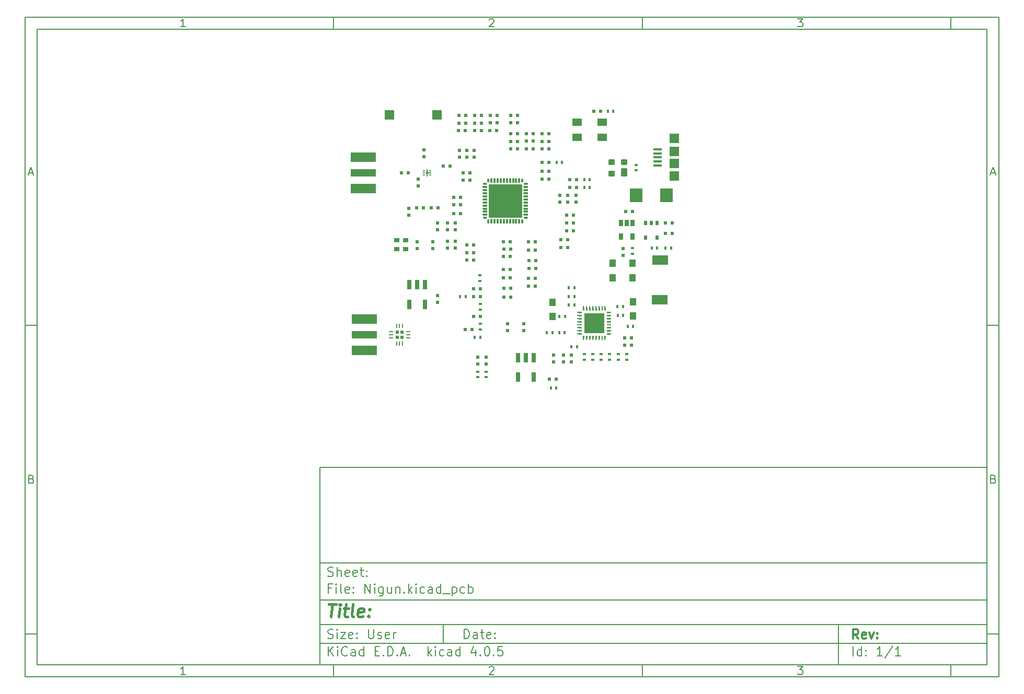
<source format=gbr>
G04 #@! TF.FileFunction,Paste,Top*
%FSLAX46Y46*%
G04 Gerber Fmt 4.6, Leading zero omitted, Abs format (unit mm)*
G04 Created by KiCad (PCBNEW 4.0.5) date 2017 September 25, Monday 02:54:35*
%MOMM*%
%LPD*%
G01*
G04 APERTURE LIST*
%ADD10C,0.100000*%
%ADD11C,0.150000*%
%ADD12C,0.300000*%
%ADD13C,0.400000*%
%ADD14C,0.381000*%
%ADD15C,0.101600*%
%ADD16R,0.394000X0.594000*%
%ADD17R,0.594000X0.394000*%
%ADD18R,0.324200X0.146400*%
%ADD19R,0.644240X0.146400*%
%ADD20R,0.146400X1.294480*%
%ADD21O,0.123540X0.494380*%
%ADD22C,0.143860*%
%ADD23R,2.153000X2.254600*%
%ADD24R,1.094000X1.244000*%
%ADD25R,0.754000X1.644000*%
%ADD26R,0.644000X1.054000*%
%ADD27R,0.544000X0.794000*%
%ADD28R,0.859000X0.794000*%
%ADD29R,0.244000X0.694000*%
%ADD30R,0.694000X0.244000*%
%ADD31R,0.489000X0.489000*%
%ADD32R,3.194000X3.194000*%
%ADD33R,0.294000X0.794000*%
%ADD34R,0.794000X0.294000*%
%ADD35R,0.594000X0.494000*%
%ADD36R,0.494000X0.594000*%
%ADD37R,0.694000X0.994000*%
%ADD38R,0.694000X0.594000*%
%ADD39R,1.344000X0.444000*%
%ADD40R,1.544000X1.494000*%
%ADD41R,1.594000X1.294000*%
%ADD42R,1.494000X1.494000*%
%ADD43R,4.058000X1.518000*%
%ADD44R,4.058000X1.264000*%
%ADD45R,0.314000X0.594000*%
%ADD46R,0.314000X0.694000*%
%ADD47R,0.594000X0.314000*%
%ADD48R,0.694000X0.314000*%
%ADD49R,5.094000X5.094000*%
%ADD50R,2.508600X1.518000*%
G04 APERTURE END LIST*
D10*
D11*
X57800000Y-83000000D02*
X57800000Y-115000000D01*
X165800000Y-115000000D01*
X165800000Y-83000000D01*
X57800000Y-83000000D01*
D10*
D11*
X10000000Y-10000000D02*
X10000000Y-117000000D01*
X167800000Y-117000000D01*
X167800000Y-10000000D01*
X10000000Y-10000000D01*
D10*
D11*
X12000000Y-12000000D02*
X12000000Y-115000000D01*
X165800000Y-115000000D01*
X165800000Y-12000000D01*
X12000000Y-12000000D01*
D10*
D11*
X60000000Y-12000000D02*
X60000000Y-10000000D01*
D10*
D11*
X110000000Y-12000000D02*
X110000000Y-10000000D01*
D10*
D11*
X160000000Y-12000000D02*
X160000000Y-10000000D01*
D10*
D11*
X35990476Y-11588095D02*
X35247619Y-11588095D01*
X35619048Y-11588095D02*
X35619048Y-10288095D01*
X35495238Y-10473810D01*
X35371429Y-10597619D01*
X35247619Y-10659524D01*
D10*
D11*
X85247619Y-10411905D02*
X85309524Y-10350000D01*
X85433333Y-10288095D01*
X85742857Y-10288095D01*
X85866667Y-10350000D01*
X85928571Y-10411905D01*
X85990476Y-10535714D01*
X85990476Y-10659524D01*
X85928571Y-10845238D01*
X85185714Y-11588095D01*
X85990476Y-11588095D01*
D10*
D11*
X135185714Y-10288095D02*
X135990476Y-10288095D01*
X135557143Y-10783333D01*
X135742857Y-10783333D01*
X135866667Y-10845238D01*
X135928571Y-10907143D01*
X135990476Y-11030952D01*
X135990476Y-11340476D01*
X135928571Y-11464286D01*
X135866667Y-11526190D01*
X135742857Y-11588095D01*
X135371429Y-11588095D01*
X135247619Y-11526190D01*
X135185714Y-11464286D01*
D10*
D11*
X60000000Y-115000000D02*
X60000000Y-117000000D01*
D10*
D11*
X110000000Y-115000000D02*
X110000000Y-117000000D01*
D10*
D11*
X160000000Y-115000000D02*
X160000000Y-117000000D01*
D10*
D11*
X35990476Y-116588095D02*
X35247619Y-116588095D01*
X35619048Y-116588095D02*
X35619048Y-115288095D01*
X35495238Y-115473810D01*
X35371429Y-115597619D01*
X35247619Y-115659524D01*
D10*
D11*
X85247619Y-115411905D02*
X85309524Y-115350000D01*
X85433333Y-115288095D01*
X85742857Y-115288095D01*
X85866667Y-115350000D01*
X85928571Y-115411905D01*
X85990476Y-115535714D01*
X85990476Y-115659524D01*
X85928571Y-115845238D01*
X85185714Y-116588095D01*
X85990476Y-116588095D01*
D10*
D11*
X135185714Y-115288095D02*
X135990476Y-115288095D01*
X135557143Y-115783333D01*
X135742857Y-115783333D01*
X135866667Y-115845238D01*
X135928571Y-115907143D01*
X135990476Y-116030952D01*
X135990476Y-116340476D01*
X135928571Y-116464286D01*
X135866667Y-116526190D01*
X135742857Y-116588095D01*
X135371429Y-116588095D01*
X135247619Y-116526190D01*
X135185714Y-116464286D01*
D10*
D11*
X10000000Y-60000000D02*
X12000000Y-60000000D01*
D10*
D11*
X10000000Y-110000000D02*
X12000000Y-110000000D01*
D10*
D11*
X10690476Y-35216667D02*
X11309524Y-35216667D01*
X10566667Y-35588095D02*
X11000000Y-34288095D01*
X11433333Y-35588095D01*
D10*
D11*
X11092857Y-84907143D02*
X11278571Y-84969048D01*
X11340476Y-85030952D01*
X11402381Y-85154762D01*
X11402381Y-85340476D01*
X11340476Y-85464286D01*
X11278571Y-85526190D01*
X11154762Y-85588095D01*
X10659524Y-85588095D01*
X10659524Y-84288095D01*
X11092857Y-84288095D01*
X11216667Y-84350000D01*
X11278571Y-84411905D01*
X11340476Y-84535714D01*
X11340476Y-84659524D01*
X11278571Y-84783333D01*
X11216667Y-84845238D01*
X11092857Y-84907143D01*
X10659524Y-84907143D01*
D10*
D11*
X167800000Y-60000000D02*
X165800000Y-60000000D01*
D10*
D11*
X167800000Y-110000000D02*
X165800000Y-110000000D01*
D10*
D11*
X166490476Y-35216667D02*
X167109524Y-35216667D01*
X166366667Y-35588095D02*
X166800000Y-34288095D01*
X167233333Y-35588095D01*
D10*
D11*
X166892857Y-84907143D02*
X167078571Y-84969048D01*
X167140476Y-85030952D01*
X167202381Y-85154762D01*
X167202381Y-85340476D01*
X167140476Y-85464286D01*
X167078571Y-85526190D01*
X166954762Y-85588095D01*
X166459524Y-85588095D01*
X166459524Y-84288095D01*
X166892857Y-84288095D01*
X167016667Y-84350000D01*
X167078571Y-84411905D01*
X167140476Y-84535714D01*
X167140476Y-84659524D01*
X167078571Y-84783333D01*
X167016667Y-84845238D01*
X166892857Y-84907143D01*
X166459524Y-84907143D01*
D10*
D11*
X81157143Y-110778571D02*
X81157143Y-109278571D01*
X81514286Y-109278571D01*
X81728571Y-109350000D01*
X81871429Y-109492857D01*
X81942857Y-109635714D01*
X82014286Y-109921429D01*
X82014286Y-110135714D01*
X81942857Y-110421429D01*
X81871429Y-110564286D01*
X81728571Y-110707143D01*
X81514286Y-110778571D01*
X81157143Y-110778571D01*
X83300000Y-110778571D02*
X83300000Y-109992857D01*
X83228571Y-109850000D01*
X83085714Y-109778571D01*
X82800000Y-109778571D01*
X82657143Y-109850000D01*
X83300000Y-110707143D02*
X83157143Y-110778571D01*
X82800000Y-110778571D01*
X82657143Y-110707143D01*
X82585714Y-110564286D01*
X82585714Y-110421429D01*
X82657143Y-110278571D01*
X82800000Y-110207143D01*
X83157143Y-110207143D01*
X83300000Y-110135714D01*
X83800000Y-109778571D02*
X84371429Y-109778571D01*
X84014286Y-109278571D02*
X84014286Y-110564286D01*
X84085714Y-110707143D01*
X84228572Y-110778571D01*
X84371429Y-110778571D01*
X85442857Y-110707143D02*
X85300000Y-110778571D01*
X85014286Y-110778571D01*
X84871429Y-110707143D01*
X84800000Y-110564286D01*
X84800000Y-109992857D01*
X84871429Y-109850000D01*
X85014286Y-109778571D01*
X85300000Y-109778571D01*
X85442857Y-109850000D01*
X85514286Y-109992857D01*
X85514286Y-110135714D01*
X84800000Y-110278571D01*
X86157143Y-110635714D02*
X86228571Y-110707143D01*
X86157143Y-110778571D01*
X86085714Y-110707143D01*
X86157143Y-110635714D01*
X86157143Y-110778571D01*
X86157143Y-109850000D02*
X86228571Y-109921429D01*
X86157143Y-109992857D01*
X86085714Y-109921429D01*
X86157143Y-109850000D01*
X86157143Y-109992857D01*
D10*
D11*
X57800000Y-111500000D02*
X165800000Y-111500000D01*
D10*
D11*
X59157143Y-113578571D02*
X59157143Y-112078571D01*
X60014286Y-113578571D02*
X59371429Y-112721429D01*
X60014286Y-112078571D02*
X59157143Y-112935714D01*
X60657143Y-113578571D02*
X60657143Y-112578571D01*
X60657143Y-112078571D02*
X60585714Y-112150000D01*
X60657143Y-112221429D01*
X60728571Y-112150000D01*
X60657143Y-112078571D01*
X60657143Y-112221429D01*
X62228572Y-113435714D02*
X62157143Y-113507143D01*
X61942857Y-113578571D01*
X61800000Y-113578571D01*
X61585715Y-113507143D01*
X61442857Y-113364286D01*
X61371429Y-113221429D01*
X61300000Y-112935714D01*
X61300000Y-112721429D01*
X61371429Y-112435714D01*
X61442857Y-112292857D01*
X61585715Y-112150000D01*
X61800000Y-112078571D01*
X61942857Y-112078571D01*
X62157143Y-112150000D01*
X62228572Y-112221429D01*
X63514286Y-113578571D02*
X63514286Y-112792857D01*
X63442857Y-112650000D01*
X63300000Y-112578571D01*
X63014286Y-112578571D01*
X62871429Y-112650000D01*
X63514286Y-113507143D02*
X63371429Y-113578571D01*
X63014286Y-113578571D01*
X62871429Y-113507143D01*
X62800000Y-113364286D01*
X62800000Y-113221429D01*
X62871429Y-113078571D01*
X63014286Y-113007143D01*
X63371429Y-113007143D01*
X63514286Y-112935714D01*
X64871429Y-113578571D02*
X64871429Y-112078571D01*
X64871429Y-113507143D02*
X64728572Y-113578571D01*
X64442858Y-113578571D01*
X64300000Y-113507143D01*
X64228572Y-113435714D01*
X64157143Y-113292857D01*
X64157143Y-112864286D01*
X64228572Y-112721429D01*
X64300000Y-112650000D01*
X64442858Y-112578571D01*
X64728572Y-112578571D01*
X64871429Y-112650000D01*
X66728572Y-112792857D02*
X67228572Y-112792857D01*
X67442858Y-113578571D02*
X66728572Y-113578571D01*
X66728572Y-112078571D01*
X67442858Y-112078571D01*
X68085715Y-113435714D02*
X68157143Y-113507143D01*
X68085715Y-113578571D01*
X68014286Y-113507143D01*
X68085715Y-113435714D01*
X68085715Y-113578571D01*
X68800001Y-113578571D02*
X68800001Y-112078571D01*
X69157144Y-112078571D01*
X69371429Y-112150000D01*
X69514287Y-112292857D01*
X69585715Y-112435714D01*
X69657144Y-112721429D01*
X69657144Y-112935714D01*
X69585715Y-113221429D01*
X69514287Y-113364286D01*
X69371429Y-113507143D01*
X69157144Y-113578571D01*
X68800001Y-113578571D01*
X70300001Y-113435714D02*
X70371429Y-113507143D01*
X70300001Y-113578571D01*
X70228572Y-113507143D01*
X70300001Y-113435714D01*
X70300001Y-113578571D01*
X70942858Y-113150000D02*
X71657144Y-113150000D01*
X70800001Y-113578571D02*
X71300001Y-112078571D01*
X71800001Y-113578571D01*
X72300001Y-113435714D02*
X72371429Y-113507143D01*
X72300001Y-113578571D01*
X72228572Y-113507143D01*
X72300001Y-113435714D01*
X72300001Y-113578571D01*
X75300001Y-113578571D02*
X75300001Y-112078571D01*
X75442858Y-113007143D02*
X75871429Y-113578571D01*
X75871429Y-112578571D02*
X75300001Y-113150000D01*
X76514287Y-113578571D02*
X76514287Y-112578571D01*
X76514287Y-112078571D02*
X76442858Y-112150000D01*
X76514287Y-112221429D01*
X76585715Y-112150000D01*
X76514287Y-112078571D01*
X76514287Y-112221429D01*
X77871430Y-113507143D02*
X77728573Y-113578571D01*
X77442859Y-113578571D01*
X77300001Y-113507143D01*
X77228573Y-113435714D01*
X77157144Y-113292857D01*
X77157144Y-112864286D01*
X77228573Y-112721429D01*
X77300001Y-112650000D01*
X77442859Y-112578571D01*
X77728573Y-112578571D01*
X77871430Y-112650000D01*
X79157144Y-113578571D02*
X79157144Y-112792857D01*
X79085715Y-112650000D01*
X78942858Y-112578571D01*
X78657144Y-112578571D01*
X78514287Y-112650000D01*
X79157144Y-113507143D02*
X79014287Y-113578571D01*
X78657144Y-113578571D01*
X78514287Y-113507143D01*
X78442858Y-113364286D01*
X78442858Y-113221429D01*
X78514287Y-113078571D01*
X78657144Y-113007143D01*
X79014287Y-113007143D01*
X79157144Y-112935714D01*
X80514287Y-113578571D02*
X80514287Y-112078571D01*
X80514287Y-113507143D02*
X80371430Y-113578571D01*
X80085716Y-113578571D01*
X79942858Y-113507143D01*
X79871430Y-113435714D01*
X79800001Y-113292857D01*
X79800001Y-112864286D01*
X79871430Y-112721429D01*
X79942858Y-112650000D01*
X80085716Y-112578571D01*
X80371430Y-112578571D01*
X80514287Y-112650000D01*
X83014287Y-112578571D02*
X83014287Y-113578571D01*
X82657144Y-112007143D02*
X82300001Y-113078571D01*
X83228573Y-113078571D01*
X83800001Y-113435714D02*
X83871429Y-113507143D01*
X83800001Y-113578571D01*
X83728572Y-113507143D01*
X83800001Y-113435714D01*
X83800001Y-113578571D01*
X84800001Y-112078571D02*
X84942858Y-112078571D01*
X85085715Y-112150000D01*
X85157144Y-112221429D01*
X85228573Y-112364286D01*
X85300001Y-112650000D01*
X85300001Y-113007143D01*
X85228573Y-113292857D01*
X85157144Y-113435714D01*
X85085715Y-113507143D01*
X84942858Y-113578571D01*
X84800001Y-113578571D01*
X84657144Y-113507143D01*
X84585715Y-113435714D01*
X84514287Y-113292857D01*
X84442858Y-113007143D01*
X84442858Y-112650000D01*
X84514287Y-112364286D01*
X84585715Y-112221429D01*
X84657144Y-112150000D01*
X84800001Y-112078571D01*
X85942858Y-113435714D02*
X86014286Y-113507143D01*
X85942858Y-113578571D01*
X85871429Y-113507143D01*
X85942858Y-113435714D01*
X85942858Y-113578571D01*
X87371430Y-112078571D02*
X86657144Y-112078571D01*
X86585715Y-112792857D01*
X86657144Y-112721429D01*
X86800001Y-112650000D01*
X87157144Y-112650000D01*
X87300001Y-112721429D01*
X87371430Y-112792857D01*
X87442858Y-112935714D01*
X87442858Y-113292857D01*
X87371430Y-113435714D01*
X87300001Y-113507143D01*
X87157144Y-113578571D01*
X86800001Y-113578571D01*
X86657144Y-113507143D01*
X86585715Y-113435714D01*
D10*
D11*
X57800000Y-108500000D02*
X165800000Y-108500000D01*
D10*
D12*
X145014286Y-110778571D02*
X144514286Y-110064286D01*
X144157143Y-110778571D02*
X144157143Y-109278571D01*
X144728571Y-109278571D01*
X144871429Y-109350000D01*
X144942857Y-109421429D01*
X145014286Y-109564286D01*
X145014286Y-109778571D01*
X144942857Y-109921429D01*
X144871429Y-109992857D01*
X144728571Y-110064286D01*
X144157143Y-110064286D01*
X146228571Y-110707143D02*
X146085714Y-110778571D01*
X145800000Y-110778571D01*
X145657143Y-110707143D01*
X145585714Y-110564286D01*
X145585714Y-109992857D01*
X145657143Y-109850000D01*
X145800000Y-109778571D01*
X146085714Y-109778571D01*
X146228571Y-109850000D01*
X146300000Y-109992857D01*
X146300000Y-110135714D01*
X145585714Y-110278571D01*
X146800000Y-109778571D02*
X147157143Y-110778571D01*
X147514285Y-109778571D01*
X148085714Y-110635714D02*
X148157142Y-110707143D01*
X148085714Y-110778571D01*
X148014285Y-110707143D01*
X148085714Y-110635714D01*
X148085714Y-110778571D01*
X148085714Y-109850000D02*
X148157142Y-109921429D01*
X148085714Y-109992857D01*
X148014285Y-109921429D01*
X148085714Y-109850000D01*
X148085714Y-109992857D01*
D10*
D11*
X59085714Y-110707143D02*
X59300000Y-110778571D01*
X59657143Y-110778571D01*
X59800000Y-110707143D01*
X59871429Y-110635714D01*
X59942857Y-110492857D01*
X59942857Y-110350000D01*
X59871429Y-110207143D01*
X59800000Y-110135714D01*
X59657143Y-110064286D01*
X59371429Y-109992857D01*
X59228571Y-109921429D01*
X59157143Y-109850000D01*
X59085714Y-109707143D01*
X59085714Y-109564286D01*
X59157143Y-109421429D01*
X59228571Y-109350000D01*
X59371429Y-109278571D01*
X59728571Y-109278571D01*
X59942857Y-109350000D01*
X60585714Y-110778571D02*
X60585714Y-109778571D01*
X60585714Y-109278571D02*
X60514285Y-109350000D01*
X60585714Y-109421429D01*
X60657142Y-109350000D01*
X60585714Y-109278571D01*
X60585714Y-109421429D01*
X61157143Y-109778571D02*
X61942857Y-109778571D01*
X61157143Y-110778571D01*
X61942857Y-110778571D01*
X63085714Y-110707143D02*
X62942857Y-110778571D01*
X62657143Y-110778571D01*
X62514286Y-110707143D01*
X62442857Y-110564286D01*
X62442857Y-109992857D01*
X62514286Y-109850000D01*
X62657143Y-109778571D01*
X62942857Y-109778571D01*
X63085714Y-109850000D01*
X63157143Y-109992857D01*
X63157143Y-110135714D01*
X62442857Y-110278571D01*
X63800000Y-110635714D02*
X63871428Y-110707143D01*
X63800000Y-110778571D01*
X63728571Y-110707143D01*
X63800000Y-110635714D01*
X63800000Y-110778571D01*
X63800000Y-109850000D02*
X63871428Y-109921429D01*
X63800000Y-109992857D01*
X63728571Y-109921429D01*
X63800000Y-109850000D01*
X63800000Y-109992857D01*
X65657143Y-109278571D02*
X65657143Y-110492857D01*
X65728571Y-110635714D01*
X65800000Y-110707143D01*
X65942857Y-110778571D01*
X66228571Y-110778571D01*
X66371429Y-110707143D01*
X66442857Y-110635714D01*
X66514286Y-110492857D01*
X66514286Y-109278571D01*
X67157143Y-110707143D02*
X67300000Y-110778571D01*
X67585715Y-110778571D01*
X67728572Y-110707143D01*
X67800000Y-110564286D01*
X67800000Y-110492857D01*
X67728572Y-110350000D01*
X67585715Y-110278571D01*
X67371429Y-110278571D01*
X67228572Y-110207143D01*
X67157143Y-110064286D01*
X67157143Y-109992857D01*
X67228572Y-109850000D01*
X67371429Y-109778571D01*
X67585715Y-109778571D01*
X67728572Y-109850000D01*
X69014286Y-110707143D02*
X68871429Y-110778571D01*
X68585715Y-110778571D01*
X68442858Y-110707143D01*
X68371429Y-110564286D01*
X68371429Y-109992857D01*
X68442858Y-109850000D01*
X68585715Y-109778571D01*
X68871429Y-109778571D01*
X69014286Y-109850000D01*
X69085715Y-109992857D01*
X69085715Y-110135714D01*
X68371429Y-110278571D01*
X69728572Y-110778571D02*
X69728572Y-109778571D01*
X69728572Y-110064286D02*
X69800000Y-109921429D01*
X69871429Y-109850000D01*
X70014286Y-109778571D01*
X70157143Y-109778571D01*
D10*
D11*
X144157143Y-113578571D02*
X144157143Y-112078571D01*
X145514286Y-113578571D02*
X145514286Y-112078571D01*
X145514286Y-113507143D02*
X145371429Y-113578571D01*
X145085715Y-113578571D01*
X144942857Y-113507143D01*
X144871429Y-113435714D01*
X144800000Y-113292857D01*
X144800000Y-112864286D01*
X144871429Y-112721429D01*
X144942857Y-112650000D01*
X145085715Y-112578571D01*
X145371429Y-112578571D01*
X145514286Y-112650000D01*
X146228572Y-113435714D02*
X146300000Y-113507143D01*
X146228572Y-113578571D01*
X146157143Y-113507143D01*
X146228572Y-113435714D01*
X146228572Y-113578571D01*
X146228572Y-112650000D02*
X146300000Y-112721429D01*
X146228572Y-112792857D01*
X146157143Y-112721429D01*
X146228572Y-112650000D01*
X146228572Y-112792857D01*
X148871429Y-113578571D02*
X148014286Y-113578571D01*
X148442858Y-113578571D02*
X148442858Y-112078571D01*
X148300001Y-112292857D01*
X148157143Y-112435714D01*
X148014286Y-112507143D01*
X150585714Y-112007143D02*
X149300000Y-113935714D01*
X151871429Y-113578571D02*
X151014286Y-113578571D01*
X151442858Y-113578571D02*
X151442858Y-112078571D01*
X151300001Y-112292857D01*
X151157143Y-112435714D01*
X151014286Y-112507143D01*
D10*
D11*
X57800000Y-104500000D02*
X165800000Y-104500000D01*
D10*
D13*
X59252381Y-105204762D02*
X60395238Y-105204762D01*
X59573810Y-107204762D02*
X59823810Y-105204762D01*
X60811905Y-107204762D02*
X60978571Y-105871429D01*
X61061905Y-105204762D02*
X60954762Y-105300000D01*
X61038095Y-105395238D01*
X61145239Y-105300000D01*
X61061905Y-105204762D01*
X61038095Y-105395238D01*
X61645238Y-105871429D02*
X62407143Y-105871429D01*
X62014286Y-105204762D02*
X61800000Y-106919048D01*
X61871430Y-107109524D01*
X62050001Y-107204762D01*
X62240477Y-107204762D01*
X63192858Y-107204762D02*
X63014287Y-107109524D01*
X62942857Y-106919048D01*
X63157143Y-105204762D01*
X64728572Y-107109524D02*
X64526191Y-107204762D01*
X64145239Y-107204762D01*
X63966667Y-107109524D01*
X63895238Y-106919048D01*
X63990476Y-106157143D01*
X64109524Y-105966667D01*
X64311905Y-105871429D01*
X64692857Y-105871429D01*
X64871429Y-105966667D01*
X64942857Y-106157143D01*
X64919048Y-106347619D01*
X63942857Y-106538095D01*
X65692857Y-107014286D02*
X65776192Y-107109524D01*
X65669048Y-107204762D01*
X65585715Y-107109524D01*
X65692857Y-107014286D01*
X65669048Y-107204762D01*
X65823810Y-105966667D02*
X65907144Y-106061905D01*
X65800000Y-106157143D01*
X65716667Y-106061905D01*
X65823810Y-105966667D01*
X65800000Y-106157143D01*
D10*
D11*
X59657143Y-102592857D02*
X59157143Y-102592857D01*
X59157143Y-103378571D02*
X59157143Y-101878571D01*
X59871429Y-101878571D01*
X60442857Y-103378571D02*
X60442857Y-102378571D01*
X60442857Y-101878571D02*
X60371428Y-101950000D01*
X60442857Y-102021429D01*
X60514285Y-101950000D01*
X60442857Y-101878571D01*
X60442857Y-102021429D01*
X61371429Y-103378571D02*
X61228571Y-103307143D01*
X61157143Y-103164286D01*
X61157143Y-101878571D01*
X62514285Y-103307143D02*
X62371428Y-103378571D01*
X62085714Y-103378571D01*
X61942857Y-103307143D01*
X61871428Y-103164286D01*
X61871428Y-102592857D01*
X61942857Y-102450000D01*
X62085714Y-102378571D01*
X62371428Y-102378571D01*
X62514285Y-102450000D01*
X62585714Y-102592857D01*
X62585714Y-102735714D01*
X61871428Y-102878571D01*
X63228571Y-103235714D02*
X63299999Y-103307143D01*
X63228571Y-103378571D01*
X63157142Y-103307143D01*
X63228571Y-103235714D01*
X63228571Y-103378571D01*
X63228571Y-102450000D02*
X63299999Y-102521429D01*
X63228571Y-102592857D01*
X63157142Y-102521429D01*
X63228571Y-102450000D01*
X63228571Y-102592857D01*
X65085714Y-103378571D02*
X65085714Y-101878571D01*
X65942857Y-103378571D01*
X65942857Y-101878571D01*
X66657143Y-103378571D02*
X66657143Y-102378571D01*
X66657143Y-101878571D02*
X66585714Y-101950000D01*
X66657143Y-102021429D01*
X66728571Y-101950000D01*
X66657143Y-101878571D01*
X66657143Y-102021429D01*
X68014286Y-102378571D02*
X68014286Y-103592857D01*
X67942857Y-103735714D01*
X67871429Y-103807143D01*
X67728572Y-103878571D01*
X67514286Y-103878571D01*
X67371429Y-103807143D01*
X68014286Y-103307143D02*
X67871429Y-103378571D01*
X67585715Y-103378571D01*
X67442857Y-103307143D01*
X67371429Y-103235714D01*
X67300000Y-103092857D01*
X67300000Y-102664286D01*
X67371429Y-102521429D01*
X67442857Y-102450000D01*
X67585715Y-102378571D01*
X67871429Y-102378571D01*
X68014286Y-102450000D01*
X69371429Y-102378571D02*
X69371429Y-103378571D01*
X68728572Y-102378571D02*
X68728572Y-103164286D01*
X68800000Y-103307143D01*
X68942858Y-103378571D01*
X69157143Y-103378571D01*
X69300000Y-103307143D01*
X69371429Y-103235714D01*
X70085715Y-102378571D02*
X70085715Y-103378571D01*
X70085715Y-102521429D02*
X70157143Y-102450000D01*
X70300001Y-102378571D01*
X70514286Y-102378571D01*
X70657143Y-102450000D01*
X70728572Y-102592857D01*
X70728572Y-103378571D01*
X71442858Y-103235714D02*
X71514286Y-103307143D01*
X71442858Y-103378571D01*
X71371429Y-103307143D01*
X71442858Y-103235714D01*
X71442858Y-103378571D01*
X72157144Y-103378571D02*
X72157144Y-101878571D01*
X72300001Y-102807143D02*
X72728572Y-103378571D01*
X72728572Y-102378571D02*
X72157144Y-102950000D01*
X73371430Y-103378571D02*
X73371430Y-102378571D01*
X73371430Y-101878571D02*
X73300001Y-101950000D01*
X73371430Y-102021429D01*
X73442858Y-101950000D01*
X73371430Y-101878571D01*
X73371430Y-102021429D01*
X74728573Y-103307143D02*
X74585716Y-103378571D01*
X74300002Y-103378571D01*
X74157144Y-103307143D01*
X74085716Y-103235714D01*
X74014287Y-103092857D01*
X74014287Y-102664286D01*
X74085716Y-102521429D01*
X74157144Y-102450000D01*
X74300002Y-102378571D01*
X74585716Y-102378571D01*
X74728573Y-102450000D01*
X76014287Y-103378571D02*
X76014287Y-102592857D01*
X75942858Y-102450000D01*
X75800001Y-102378571D01*
X75514287Y-102378571D01*
X75371430Y-102450000D01*
X76014287Y-103307143D02*
X75871430Y-103378571D01*
X75514287Y-103378571D01*
X75371430Y-103307143D01*
X75300001Y-103164286D01*
X75300001Y-103021429D01*
X75371430Y-102878571D01*
X75514287Y-102807143D01*
X75871430Y-102807143D01*
X76014287Y-102735714D01*
X77371430Y-103378571D02*
X77371430Y-101878571D01*
X77371430Y-103307143D02*
X77228573Y-103378571D01*
X76942859Y-103378571D01*
X76800001Y-103307143D01*
X76728573Y-103235714D01*
X76657144Y-103092857D01*
X76657144Y-102664286D01*
X76728573Y-102521429D01*
X76800001Y-102450000D01*
X76942859Y-102378571D01*
X77228573Y-102378571D01*
X77371430Y-102450000D01*
X77728573Y-103521429D02*
X78871430Y-103521429D01*
X79228573Y-102378571D02*
X79228573Y-103878571D01*
X79228573Y-102450000D02*
X79371430Y-102378571D01*
X79657144Y-102378571D01*
X79800001Y-102450000D01*
X79871430Y-102521429D01*
X79942859Y-102664286D01*
X79942859Y-103092857D01*
X79871430Y-103235714D01*
X79800001Y-103307143D01*
X79657144Y-103378571D01*
X79371430Y-103378571D01*
X79228573Y-103307143D01*
X81228573Y-103307143D02*
X81085716Y-103378571D01*
X80800002Y-103378571D01*
X80657144Y-103307143D01*
X80585716Y-103235714D01*
X80514287Y-103092857D01*
X80514287Y-102664286D01*
X80585716Y-102521429D01*
X80657144Y-102450000D01*
X80800002Y-102378571D01*
X81085716Y-102378571D01*
X81228573Y-102450000D01*
X81871430Y-103378571D02*
X81871430Y-101878571D01*
X81871430Y-102450000D02*
X82014287Y-102378571D01*
X82300001Y-102378571D01*
X82442858Y-102450000D01*
X82514287Y-102521429D01*
X82585716Y-102664286D01*
X82585716Y-103092857D01*
X82514287Y-103235714D01*
X82442858Y-103307143D01*
X82300001Y-103378571D01*
X82014287Y-103378571D01*
X81871430Y-103307143D01*
D10*
D11*
X57800000Y-98500000D02*
X165800000Y-98500000D01*
D10*
D11*
X59085714Y-100607143D02*
X59300000Y-100678571D01*
X59657143Y-100678571D01*
X59800000Y-100607143D01*
X59871429Y-100535714D01*
X59942857Y-100392857D01*
X59942857Y-100250000D01*
X59871429Y-100107143D01*
X59800000Y-100035714D01*
X59657143Y-99964286D01*
X59371429Y-99892857D01*
X59228571Y-99821429D01*
X59157143Y-99750000D01*
X59085714Y-99607143D01*
X59085714Y-99464286D01*
X59157143Y-99321429D01*
X59228571Y-99250000D01*
X59371429Y-99178571D01*
X59728571Y-99178571D01*
X59942857Y-99250000D01*
X60585714Y-100678571D02*
X60585714Y-99178571D01*
X61228571Y-100678571D02*
X61228571Y-99892857D01*
X61157142Y-99750000D01*
X61014285Y-99678571D01*
X60800000Y-99678571D01*
X60657142Y-99750000D01*
X60585714Y-99821429D01*
X62514285Y-100607143D02*
X62371428Y-100678571D01*
X62085714Y-100678571D01*
X61942857Y-100607143D01*
X61871428Y-100464286D01*
X61871428Y-99892857D01*
X61942857Y-99750000D01*
X62085714Y-99678571D01*
X62371428Y-99678571D01*
X62514285Y-99750000D01*
X62585714Y-99892857D01*
X62585714Y-100035714D01*
X61871428Y-100178571D01*
X63799999Y-100607143D02*
X63657142Y-100678571D01*
X63371428Y-100678571D01*
X63228571Y-100607143D01*
X63157142Y-100464286D01*
X63157142Y-99892857D01*
X63228571Y-99750000D01*
X63371428Y-99678571D01*
X63657142Y-99678571D01*
X63799999Y-99750000D01*
X63871428Y-99892857D01*
X63871428Y-100035714D01*
X63157142Y-100178571D01*
X64299999Y-99678571D02*
X64871428Y-99678571D01*
X64514285Y-99178571D02*
X64514285Y-100464286D01*
X64585713Y-100607143D01*
X64728571Y-100678571D01*
X64871428Y-100678571D01*
X65371428Y-100535714D02*
X65442856Y-100607143D01*
X65371428Y-100678571D01*
X65299999Y-100607143D01*
X65371428Y-100535714D01*
X65371428Y-100678571D01*
X65371428Y-99750000D02*
X65442856Y-99821429D01*
X65371428Y-99892857D01*
X65299999Y-99821429D01*
X65371428Y-99750000D01*
X65371428Y-99892857D01*
D10*
D11*
X77800000Y-108500000D02*
X77800000Y-111500000D01*
D10*
D11*
X141800000Y-108500000D02*
X141800000Y-115000000D01*
D14*
G36*
X100822600Y-59905100D02*
X100822600Y-59305100D01*
X101122600Y-59305100D01*
X101122600Y-59905100D01*
X100822600Y-59905100D01*
G37*
X100822600Y-59905100D02*
X100822600Y-59305100D01*
X101122600Y-59305100D01*
X101122600Y-59905100D01*
X100822600Y-59905100D01*
G36*
X101322600Y-59905100D02*
X101322600Y-59305100D01*
X101622600Y-59305100D01*
X101622600Y-59905100D01*
X101322600Y-59905100D01*
G37*
X101322600Y-59905100D02*
X101322600Y-59305100D01*
X101622600Y-59305100D01*
X101622600Y-59905100D01*
X101322600Y-59905100D01*
G36*
X101822600Y-59905100D02*
X101822600Y-59305100D01*
X102122600Y-59305100D01*
X102122600Y-59905100D01*
X101822600Y-59905100D01*
G37*
X101822600Y-59905100D02*
X101822600Y-59305100D01*
X102122600Y-59305100D01*
X102122600Y-59905100D01*
X101822600Y-59905100D01*
G36*
X102322600Y-59905100D02*
X102322600Y-59305100D01*
X102622600Y-59305100D01*
X102622600Y-59905100D01*
X102322600Y-59905100D01*
G37*
X102322600Y-59905100D02*
X102322600Y-59305100D01*
X102622600Y-59305100D01*
X102622600Y-59905100D01*
X102322600Y-59905100D01*
G36*
X102822600Y-59905100D02*
X102822600Y-59305100D01*
X103122600Y-59305100D01*
X103122600Y-59905100D01*
X102822600Y-59905100D01*
G37*
X102822600Y-59905100D02*
X102822600Y-59305100D01*
X103122600Y-59305100D01*
X103122600Y-59905100D01*
X102822600Y-59905100D01*
G36*
X103322600Y-59905100D02*
X103322600Y-59305100D01*
X103622600Y-59305100D01*
X103622600Y-59905100D01*
X103322600Y-59905100D01*
G37*
X103322600Y-59905100D02*
X103322600Y-59305100D01*
X103622600Y-59305100D01*
X103622600Y-59905100D01*
X103322600Y-59905100D01*
G36*
X100822600Y-60905100D02*
X100822600Y-60305100D01*
X101122600Y-60305100D01*
X101122600Y-60905100D01*
X100822600Y-60905100D01*
G37*
X100822600Y-60905100D02*
X100822600Y-60305100D01*
X101122600Y-60305100D01*
X101122600Y-60905100D01*
X100822600Y-60905100D01*
G36*
X101322600Y-60905100D02*
X101322600Y-60305100D01*
X101622600Y-60305100D01*
X101622600Y-60905100D01*
X101322600Y-60905100D01*
G37*
X101322600Y-60905100D02*
X101322600Y-60305100D01*
X101622600Y-60305100D01*
X101622600Y-60905100D01*
X101322600Y-60905100D01*
G36*
X101822600Y-60905100D02*
X101822600Y-60305100D01*
X102122600Y-60305100D01*
X102122600Y-60905100D01*
X101822600Y-60905100D01*
G37*
X101822600Y-60905100D02*
X101822600Y-60305100D01*
X102122600Y-60305100D01*
X102122600Y-60905100D01*
X101822600Y-60905100D01*
G36*
X102322600Y-60905100D02*
X102322600Y-60305100D01*
X102622600Y-60305100D01*
X102622600Y-60905100D01*
X102322600Y-60905100D01*
G37*
X102322600Y-60905100D02*
X102322600Y-60305100D01*
X102622600Y-60305100D01*
X102622600Y-60905100D01*
X102322600Y-60905100D01*
G36*
X102822600Y-60905100D02*
X102822600Y-60305100D01*
X103122600Y-60305100D01*
X103122600Y-60905100D01*
X102822600Y-60905100D01*
G37*
X102822600Y-60905100D02*
X102822600Y-60305100D01*
X103122600Y-60305100D01*
X103122600Y-60905100D01*
X102822600Y-60905100D01*
G36*
X103322600Y-60905100D02*
X103322600Y-60305100D01*
X103622600Y-60305100D01*
X103622600Y-60905100D01*
X103322600Y-60905100D01*
G37*
X103322600Y-60905100D02*
X103322600Y-60305100D01*
X103622600Y-60305100D01*
X103622600Y-60905100D01*
X103322600Y-60905100D01*
G36*
X100822600Y-58905100D02*
X100822600Y-58305100D01*
X101122600Y-58305100D01*
X101122600Y-58905100D01*
X100822600Y-58905100D01*
G37*
X100822600Y-58905100D02*
X100822600Y-58305100D01*
X101122600Y-58305100D01*
X101122600Y-58905100D01*
X100822600Y-58905100D01*
G36*
X101322600Y-58905100D02*
X101322600Y-58305100D01*
X101622600Y-58305100D01*
X101622600Y-58905100D01*
X101322600Y-58905100D01*
G37*
X101322600Y-58905100D02*
X101322600Y-58305100D01*
X101622600Y-58305100D01*
X101622600Y-58905100D01*
X101322600Y-58905100D01*
G36*
X101822600Y-58905100D02*
X101822600Y-58305100D01*
X102122600Y-58305100D01*
X102122600Y-58905100D01*
X101822600Y-58905100D01*
G37*
X101822600Y-58905100D02*
X101822600Y-58305100D01*
X102122600Y-58305100D01*
X102122600Y-58905100D01*
X101822600Y-58905100D01*
G36*
X102322600Y-58905100D02*
X102322600Y-58305100D01*
X102622600Y-58305100D01*
X102622600Y-58905100D01*
X102322600Y-58905100D01*
G37*
X102322600Y-58905100D02*
X102322600Y-58305100D01*
X102622600Y-58305100D01*
X102622600Y-58905100D01*
X102322600Y-58905100D01*
G36*
X102822600Y-58905100D02*
X102822600Y-58305100D01*
X103122600Y-58305100D01*
X103122600Y-58905100D01*
X102822600Y-58905100D01*
G37*
X102822600Y-58905100D02*
X102822600Y-58305100D01*
X103122600Y-58305100D01*
X103122600Y-58905100D01*
X102822600Y-58905100D01*
G36*
X103322600Y-58905100D02*
X103322600Y-58305100D01*
X103622600Y-58305100D01*
X103622600Y-58905100D01*
X103322600Y-58905100D01*
G37*
X103322600Y-58905100D02*
X103322600Y-58305100D01*
X103622600Y-58305100D01*
X103622600Y-58905100D01*
X103322600Y-58905100D01*
D15*
G36*
X100397600Y-62130100D02*
X100397600Y-61730100D01*
X100447600Y-61680100D01*
X100547600Y-61680100D01*
X100547600Y-62130100D01*
X100397600Y-62130100D01*
G37*
X100397600Y-62130100D02*
X100397600Y-61730100D01*
X100447600Y-61680100D01*
X100547600Y-61680100D01*
X100547600Y-62130100D01*
X100397600Y-62130100D01*
G36*
X100897600Y-62130100D02*
X100897600Y-61680100D01*
X101047600Y-61680100D01*
X101047600Y-62130100D01*
X100897600Y-62130100D01*
G37*
X100897600Y-62130100D02*
X100897600Y-61680100D01*
X101047600Y-61680100D01*
X101047600Y-62130100D01*
X100897600Y-62130100D01*
G36*
X101397600Y-62130100D02*
X101397600Y-61680100D01*
X101547600Y-61680100D01*
X101547600Y-62130100D01*
X101397600Y-62130100D01*
G37*
X101397600Y-62130100D02*
X101397600Y-61680100D01*
X101547600Y-61680100D01*
X101547600Y-62130100D01*
X101397600Y-62130100D01*
G36*
X101897600Y-62130100D02*
X101897600Y-61680100D01*
X102047600Y-61680100D01*
X102047600Y-62130100D01*
X101897600Y-62130100D01*
G37*
X101897600Y-62130100D02*
X101897600Y-61680100D01*
X102047600Y-61680100D01*
X102047600Y-62130100D01*
X101897600Y-62130100D01*
G36*
X102397600Y-62130100D02*
X102397600Y-61680100D01*
X102547600Y-61680100D01*
X102547600Y-62130100D01*
X102397600Y-62130100D01*
G37*
X102397600Y-62130100D02*
X102397600Y-61680100D01*
X102547600Y-61680100D01*
X102547600Y-62130100D01*
X102397600Y-62130100D01*
G36*
X102897600Y-62130100D02*
X102897600Y-61680100D01*
X103047600Y-61680100D01*
X103047600Y-62130100D01*
X102897600Y-62130100D01*
G37*
X102897600Y-62130100D02*
X102897600Y-61680100D01*
X103047600Y-61680100D01*
X103047600Y-62130100D01*
X102897600Y-62130100D01*
G36*
X103397600Y-62130100D02*
X103397600Y-61680100D01*
X103547600Y-61680100D01*
X103547600Y-62130100D01*
X103397600Y-62130100D01*
G37*
X103397600Y-62130100D02*
X103397600Y-61680100D01*
X103547600Y-61680100D01*
X103547600Y-62130100D01*
X103397600Y-62130100D01*
G36*
X104047600Y-62130100D02*
X104047600Y-61730100D01*
X103997600Y-61680100D01*
X103897600Y-61680100D01*
X103897600Y-62130100D01*
X104047600Y-62130100D01*
G37*
X104047600Y-62130100D02*
X104047600Y-61730100D01*
X103997600Y-61680100D01*
X103897600Y-61680100D01*
X103897600Y-62130100D01*
X104047600Y-62130100D01*
G36*
X104747600Y-61430100D02*
X104347600Y-61430100D01*
X104297600Y-61380100D01*
X104297600Y-61280100D01*
X104747600Y-61280100D01*
X104747600Y-61430100D01*
G37*
X104747600Y-61430100D02*
X104347600Y-61430100D01*
X104297600Y-61380100D01*
X104297600Y-61280100D01*
X104747600Y-61280100D01*
X104747600Y-61430100D01*
G36*
X104747600Y-60930100D02*
X104297600Y-60930100D01*
X104297600Y-60780100D01*
X104747600Y-60780100D01*
X104747600Y-60930100D01*
G37*
X104747600Y-60930100D02*
X104297600Y-60930100D01*
X104297600Y-60780100D01*
X104747600Y-60780100D01*
X104747600Y-60930100D01*
G36*
X104747600Y-60430100D02*
X104297600Y-60430100D01*
X104297600Y-60280100D01*
X104747600Y-60280100D01*
X104747600Y-60430100D01*
G37*
X104747600Y-60430100D02*
X104297600Y-60430100D01*
X104297600Y-60280100D01*
X104747600Y-60280100D01*
X104747600Y-60430100D01*
G36*
X104747600Y-59930100D02*
X104297600Y-59930100D01*
X104297600Y-59780100D01*
X104747600Y-59780100D01*
X104747600Y-59930100D01*
G37*
X104747600Y-59930100D02*
X104297600Y-59930100D01*
X104297600Y-59780100D01*
X104747600Y-59780100D01*
X104747600Y-59930100D01*
G36*
X104747600Y-59430100D02*
X104297600Y-59430100D01*
X104297600Y-59280100D01*
X104747600Y-59280100D01*
X104747600Y-59430100D01*
G37*
X104747600Y-59430100D02*
X104297600Y-59430100D01*
X104297600Y-59280100D01*
X104747600Y-59280100D01*
X104747600Y-59430100D01*
G36*
X104747600Y-58930100D02*
X104297600Y-58930100D01*
X104297600Y-58780100D01*
X104747600Y-58780100D01*
X104747600Y-58930100D01*
G37*
X104747600Y-58930100D02*
X104297600Y-58930100D01*
X104297600Y-58780100D01*
X104747600Y-58780100D01*
X104747600Y-58930100D01*
G36*
X104747600Y-58430100D02*
X104297600Y-58430100D01*
X104297600Y-58280100D01*
X104747600Y-58280100D01*
X104747600Y-58430100D01*
G37*
X104747600Y-58430100D02*
X104297600Y-58430100D01*
X104297600Y-58280100D01*
X104747600Y-58280100D01*
X104747600Y-58430100D01*
G36*
X104747600Y-57780100D02*
X104347600Y-57780100D01*
X104297600Y-57830100D01*
X104297600Y-57930100D01*
X104747600Y-57930100D01*
X104747600Y-57780100D01*
G37*
X104747600Y-57780100D02*
X104347600Y-57780100D01*
X104297600Y-57830100D01*
X104297600Y-57930100D01*
X104747600Y-57930100D01*
X104747600Y-57780100D01*
G36*
X104047600Y-57080100D02*
X104047600Y-57480100D01*
X103997600Y-57530100D01*
X103897600Y-57530100D01*
X103897600Y-57080100D01*
X104047600Y-57080100D01*
G37*
X104047600Y-57080100D02*
X104047600Y-57480100D01*
X103997600Y-57530100D01*
X103897600Y-57530100D01*
X103897600Y-57080100D01*
X104047600Y-57080100D01*
G36*
X103547600Y-57080100D02*
X103547600Y-57530100D01*
X103397600Y-57530100D01*
X103397600Y-57080100D01*
X103547600Y-57080100D01*
G37*
X103547600Y-57080100D02*
X103547600Y-57530100D01*
X103397600Y-57530100D01*
X103397600Y-57080100D01*
X103547600Y-57080100D01*
G36*
X103047600Y-57080100D02*
X103047600Y-57530100D01*
X102897600Y-57530100D01*
X102897600Y-57080100D01*
X103047600Y-57080100D01*
G37*
X103047600Y-57080100D02*
X103047600Y-57530100D01*
X102897600Y-57530100D01*
X102897600Y-57080100D01*
X103047600Y-57080100D01*
G36*
X102547600Y-57080100D02*
X102547600Y-57530100D01*
X102397600Y-57530100D01*
X102397600Y-57080100D01*
X102547600Y-57080100D01*
G37*
X102547600Y-57080100D02*
X102547600Y-57530100D01*
X102397600Y-57530100D01*
X102397600Y-57080100D01*
X102547600Y-57080100D01*
G36*
X102047600Y-57080100D02*
X102047600Y-57530100D01*
X101897600Y-57530100D01*
X101897600Y-57080100D01*
X102047600Y-57080100D01*
G37*
X102047600Y-57080100D02*
X102047600Y-57530100D01*
X101897600Y-57530100D01*
X101897600Y-57080100D01*
X102047600Y-57080100D01*
G36*
X101547600Y-57080100D02*
X101547600Y-57530100D01*
X101397600Y-57530100D01*
X101397600Y-57080100D01*
X101547600Y-57080100D01*
G37*
X101547600Y-57080100D02*
X101547600Y-57530100D01*
X101397600Y-57530100D01*
X101397600Y-57080100D01*
X101547600Y-57080100D01*
G36*
X101047600Y-57080100D02*
X101047600Y-57530100D01*
X100897600Y-57530100D01*
X100897600Y-57080100D01*
X101047600Y-57080100D01*
G37*
X101047600Y-57080100D02*
X101047600Y-57530100D01*
X100897600Y-57530100D01*
X100897600Y-57080100D01*
X101047600Y-57080100D01*
G36*
X100397600Y-57080100D02*
X100397600Y-57480100D01*
X100447600Y-57530100D01*
X100547600Y-57530100D01*
X100547600Y-57080100D01*
X100397600Y-57080100D01*
G37*
X100397600Y-57080100D02*
X100397600Y-57480100D01*
X100447600Y-57530100D01*
X100547600Y-57530100D01*
X100547600Y-57080100D01*
X100397600Y-57080100D01*
G36*
X99697600Y-57780100D02*
X100097600Y-57780100D01*
X100147600Y-57830100D01*
X100147600Y-57930100D01*
X99697600Y-57930100D01*
X99697600Y-57780100D01*
G37*
X99697600Y-57780100D02*
X100097600Y-57780100D01*
X100147600Y-57830100D01*
X100147600Y-57930100D01*
X99697600Y-57930100D01*
X99697600Y-57780100D01*
G36*
X99697600Y-58280100D02*
X100147600Y-58280100D01*
X100147600Y-58430100D01*
X99697600Y-58430100D01*
X99697600Y-58280100D01*
G37*
X99697600Y-58280100D02*
X100147600Y-58280100D01*
X100147600Y-58430100D01*
X99697600Y-58430100D01*
X99697600Y-58280100D01*
G36*
X99697600Y-58780100D02*
X100147600Y-58780100D01*
X100147600Y-58930100D01*
X99697600Y-58930100D01*
X99697600Y-58780100D01*
G37*
X99697600Y-58780100D02*
X100147600Y-58780100D01*
X100147600Y-58930100D01*
X99697600Y-58930100D01*
X99697600Y-58780100D01*
G36*
X99697600Y-59280100D02*
X100147600Y-59280100D01*
X100147600Y-59430100D01*
X99697600Y-59430100D01*
X99697600Y-59280100D01*
G37*
X99697600Y-59280100D02*
X100147600Y-59280100D01*
X100147600Y-59430100D01*
X99697600Y-59430100D01*
X99697600Y-59280100D01*
G36*
X99697600Y-59780100D02*
X100147600Y-59780100D01*
X100147600Y-59930100D01*
X99697600Y-59930100D01*
X99697600Y-59780100D01*
G37*
X99697600Y-59780100D02*
X100147600Y-59780100D01*
X100147600Y-59930100D01*
X99697600Y-59930100D01*
X99697600Y-59780100D01*
G36*
X99697600Y-60280100D02*
X100147600Y-60280100D01*
X100147600Y-60430100D01*
X99697600Y-60430100D01*
X99697600Y-60280100D01*
G37*
X99697600Y-60280100D02*
X100147600Y-60280100D01*
X100147600Y-60430100D01*
X99697600Y-60430100D01*
X99697600Y-60280100D01*
G36*
X99697600Y-60780100D02*
X100147600Y-60780100D01*
X100147600Y-60930100D01*
X99697600Y-60930100D01*
X99697600Y-60780100D01*
G37*
X99697600Y-60780100D02*
X100147600Y-60780100D01*
X100147600Y-60930100D01*
X99697600Y-60930100D01*
X99697600Y-60780100D01*
G36*
X99697600Y-61430100D02*
X100097600Y-61430100D01*
X100147600Y-61380100D01*
X100147600Y-61280100D01*
X99697600Y-61280100D01*
X99697600Y-61430100D01*
G37*
X99697600Y-61430100D02*
X100097600Y-61430100D01*
X100147600Y-61380100D01*
X100147600Y-61280100D01*
X99697600Y-61280100D01*
X99697600Y-61430100D01*
D14*
G36*
X106719600Y-35604300D02*
X106719600Y-34704300D01*
X107319600Y-34704300D01*
X107319600Y-35604300D01*
X106719600Y-35604300D01*
G37*
X106719600Y-35604300D02*
X106719600Y-34704300D01*
X107319600Y-34704300D01*
X107319600Y-35604300D01*
X106719600Y-35604300D01*
G36*
X106719600Y-33704300D02*
X106719600Y-33204300D01*
X107319600Y-33204300D01*
X107319600Y-33704300D01*
X106719600Y-33704300D01*
G37*
X106719600Y-33704300D02*
X106719600Y-33204300D01*
X107319600Y-33204300D01*
X107319600Y-33704300D01*
X106719600Y-33704300D01*
G36*
X104719600Y-33704300D02*
X104719600Y-33204300D01*
X105319600Y-33204300D01*
X105319600Y-33704300D01*
X104719600Y-33704300D01*
G37*
X104719600Y-33704300D02*
X104719600Y-33204300D01*
X105319600Y-33204300D01*
X105319600Y-33704300D01*
X104719600Y-33704300D01*
G36*
X104719600Y-35604300D02*
X104719600Y-35104300D01*
X105319600Y-35104300D01*
X105319600Y-35604300D01*
X104719600Y-35604300D01*
G37*
X104719600Y-35604300D02*
X104719600Y-35104300D01*
X105319600Y-35104300D01*
X105319600Y-35604300D01*
X104719600Y-35604300D01*
D12*
X85083200Y-43289500D02*
X85083200Y-42989500D01*
X85583200Y-43314500D02*
X85583200Y-42914500D01*
X86083200Y-43314500D02*
X86083200Y-42914500D01*
X86583200Y-43314500D02*
X86583200Y-42914500D01*
X87083200Y-43314500D02*
X87083200Y-42914500D01*
X87583200Y-43314500D02*
X87583200Y-42914500D01*
X88083200Y-43314500D02*
X88083200Y-42914500D01*
X88583200Y-43314500D02*
X88583200Y-42914500D01*
X89083200Y-43314500D02*
X89083200Y-42914500D01*
X89583200Y-43314500D02*
X89583200Y-42914500D01*
X90083200Y-43314500D02*
X90083200Y-42914500D01*
X90583200Y-43289500D02*
X90583200Y-42989500D01*
X91308200Y-42564500D02*
X91008200Y-42564500D01*
X91333200Y-42064500D02*
X90933200Y-42064500D01*
X91333200Y-41564500D02*
X90933200Y-41564500D01*
X91333200Y-41064500D02*
X90933200Y-41064500D01*
X91333200Y-40564500D02*
X90933200Y-40564500D01*
X91333200Y-40064500D02*
X90933200Y-40064500D01*
X91333200Y-39564500D02*
X90933200Y-39564500D01*
X91333200Y-39064500D02*
X90933200Y-39064500D01*
X91333200Y-38564500D02*
X90933200Y-38564500D01*
X91333200Y-38064500D02*
X90933200Y-38064500D01*
X91333200Y-37564500D02*
X90933200Y-37564500D01*
X91308200Y-37064500D02*
X91008200Y-37064500D01*
X90583200Y-36339500D02*
X90583200Y-36639500D01*
X90083200Y-36314500D02*
X90083200Y-36714500D01*
X89583200Y-36314500D02*
X89583200Y-36714500D01*
X89083200Y-36314500D02*
X89083200Y-36714500D01*
X88583200Y-36314500D02*
X88583200Y-36714500D01*
X88083200Y-36314500D02*
X88083200Y-36714500D01*
X87583200Y-36314500D02*
X87583200Y-36714500D01*
X87083200Y-36314500D02*
X87083200Y-36714500D01*
X86583200Y-36314500D02*
X86583200Y-36714500D01*
X86083200Y-36314500D02*
X86083200Y-36714500D01*
X85583200Y-36314500D02*
X85583200Y-36714500D01*
X85083200Y-36339500D02*
X85083200Y-36639500D01*
X84358200Y-37064500D02*
X84658200Y-37064500D01*
X84333200Y-37564500D02*
X84733200Y-37564500D01*
X84333200Y-38064500D02*
X84733200Y-38064500D01*
X84333200Y-38564500D02*
X84733200Y-38564500D01*
X84333200Y-39064500D02*
X84733200Y-39064500D01*
X84333200Y-39564500D02*
X84733200Y-39564500D01*
X84333200Y-40064500D02*
X84733200Y-40064500D01*
X84333200Y-40564500D02*
X84733200Y-40564500D01*
X84333200Y-41064500D02*
X84733200Y-41064500D01*
X84333200Y-41564500D02*
X84733200Y-41564500D01*
X84333200Y-42064500D02*
X84733200Y-42064500D01*
X84358200Y-42564500D02*
X84658200Y-42564500D01*
D14*
G36*
X85333200Y-42314500D02*
X85333200Y-37314500D01*
X90333200Y-37314500D01*
X90333200Y-42314500D01*
X85333200Y-42314500D01*
G37*
X85333200Y-42314500D02*
X85333200Y-37314500D01*
X90333200Y-37314500D01*
X90333200Y-42314500D01*
X85333200Y-42314500D01*
D16*
X95181000Y-70180200D03*
X96081000Y-70180200D03*
X94571400Y-61137800D03*
X95471400Y-61137800D03*
X96583500Y-58559700D03*
X97483500Y-58559700D03*
X97445400Y-61137800D03*
X96545400Y-61137800D03*
X99009200Y-53924200D03*
X98109200Y-53924200D03*
X99021900Y-55283100D03*
X98121900Y-55283100D03*
X99021900Y-56654700D03*
X98121900Y-56654700D03*
D17*
X107467400Y-64643000D03*
X107467400Y-65543000D03*
X106108500Y-64643000D03*
X106108500Y-65543000D03*
X104724200Y-64643000D03*
X104724200Y-65543000D03*
X103339900Y-64643000D03*
X103339900Y-65543000D03*
X101981000Y-64655700D03*
X101981000Y-65555700D03*
X100622100Y-64655700D03*
X100622100Y-65555700D03*
D16*
X106895900Y-56959500D03*
X105995900Y-56959500D03*
X108527000Y-60109100D03*
X107627000Y-60109100D03*
X99421100Y-63487300D03*
X98521100Y-63487300D03*
X106919600Y-58356500D03*
X106019600Y-58356500D03*
X96131380Y-33535620D03*
X97031380Y-33535620D03*
X100606860Y-36329620D03*
X101506860Y-36329620D03*
X100614060Y-37627560D03*
X101514060Y-37627560D03*
X104401620Y-25252680D03*
X105301620Y-25252680D03*
D17*
X84747100Y-67482300D03*
X84747100Y-68382300D03*
X83388200Y-67482300D03*
X83388200Y-68382300D03*
D16*
X83756500Y-61963300D03*
X82856500Y-61963300D03*
X113755600Y-47434500D03*
X114655600Y-47434500D03*
X112433100Y-47447200D03*
X111533100Y-47447200D03*
D17*
X108419900Y-48341700D03*
X108419900Y-47441700D03*
X83748880Y-60642500D03*
X83748880Y-59742500D03*
X83748880Y-57412460D03*
X83748880Y-56512460D03*
D16*
X80472280Y-55359300D03*
X81372280Y-55359300D03*
D17*
X83738720Y-52783740D03*
X83738720Y-51883740D03*
X109042200Y-33961500D03*
X109042200Y-34861500D03*
D18*
X75618340Y-35593020D03*
D19*
X75458320Y-35242500D03*
D18*
X75618340Y-34891980D03*
X74648060Y-34891980D03*
X74648060Y-35242500D03*
X74648060Y-35593020D03*
D20*
X75133200Y-35242500D03*
D21*
X75067160Y-35242500D03*
D22*
X75154413Y-35419407D02*
X75330427Y-35243393D01*
X75320267Y-35241607D02*
X75144253Y-35065593D01*
D23*
X109054900Y-38900100D03*
X113931700Y-38900100D03*
D24*
X108419900Y-49942500D03*
X108419900Y-52292500D03*
X108508800Y-58477400D03*
X108508800Y-56127400D03*
X105181400Y-52241700D03*
X105181400Y-49891700D03*
X95478600Y-58572899D03*
X95478600Y-56222899D03*
D25*
X74841100Y-53390800D03*
X73571100Y-53390800D03*
X72301100Y-53390800D03*
X72301100Y-56570800D03*
X74841100Y-56570800D03*
D26*
X108430100Y-43388100D03*
X107480100Y-43388100D03*
X106530100Y-43388100D03*
X106530100Y-45588100D03*
X108430100Y-45588100D03*
D27*
X112405200Y-43389700D03*
X111455200Y-43389700D03*
X110505200Y-43389700D03*
X110505200Y-45789700D03*
X112405200Y-45789700D03*
D28*
X71674700Y-47651500D03*
X71674700Y-46201500D03*
X70209700Y-47651500D03*
X70209700Y-46201500D03*
D29*
X70198360Y-62906100D03*
X70698360Y-62906100D03*
X71198360Y-62906100D03*
D30*
X72098360Y-62006100D03*
X72098360Y-61506100D03*
X72098360Y-61006100D03*
D29*
X71198360Y-60106100D03*
X70698360Y-60106100D03*
X70198360Y-60106100D03*
D30*
X69298360Y-61006100D03*
X69298360Y-61506100D03*
X69298360Y-62006100D03*
D31*
X71110860Y-61093600D03*
X70285860Y-61093600D03*
X71110860Y-61918600D03*
X70285860Y-61918600D03*
D32*
X102222600Y-59605100D03*
D33*
X100472600Y-62005100D03*
X100972600Y-62005100D03*
X101472600Y-62005100D03*
X101972600Y-62005100D03*
X102472600Y-62005100D03*
X102972600Y-62005100D03*
X103472600Y-62005100D03*
X103972600Y-62005100D03*
D34*
X104622600Y-61355100D03*
X104622600Y-60855100D03*
X104622600Y-60355100D03*
X104622600Y-59855100D03*
X104622600Y-59355100D03*
X104622600Y-58855100D03*
X104622600Y-58355100D03*
X104622600Y-57855100D03*
D33*
X103972600Y-57205100D03*
X103472600Y-57205100D03*
X102972600Y-57205100D03*
X102472600Y-57205100D03*
X101972600Y-57205100D03*
X101472600Y-57205100D03*
X100972600Y-57205100D03*
X100472600Y-57205100D03*
D34*
X99822600Y-57855100D03*
X99822600Y-58355100D03*
X99822600Y-58855100D03*
X99822600Y-59355100D03*
X99822600Y-59855100D03*
X99822600Y-60355100D03*
X99822600Y-60855100D03*
X99822600Y-61355100D03*
D35*
X72127200Y-35242500D03*
X71027200Y-35242500D03*
X82663270Y-48175884D03*
X81563270Y-48175884D03*
X88641100Y-50927000D03*
X87541100Y-50927000D03*
X82659370Y-49433184D03*
X81559370Y-49433184D03*
X83746520Y-54033420D03*
X82646520Y-54033420D03*
D36*
X74663300Y-31526300D03*
X74663300Y-32626300D03*
X73736200Y-36314200D03*
X73736200Y-37414200D03*
D35*
X88646000Y-52235100D03*
X87546000Y-52235100D03*
X108432600Y-41541700D03*
X107332600Y-41541700D03*
X82667303Y-46922532D03*
X81567303Y-46922532D03*
X83746520Y-55359300D03*
X82646520Y-55359300D03*
X88691900Y-53949600D03*
X87591900Y-53949600D03*
X113737300Y-43383200D03*
X114837300Y-43383200D03*
X88691900Y-55422800D03*
X87591900Y-55422800D03*
X83745160Y-58574940D03*
X82645160Y-58574940D03*
X91626600Y-50723800D03*
X92726600Y-50723800D03*
X82443320Y-60647580D03*
X81343320Y-60647580D03*
X91617799Y-49466500D03*
X92717799Y-49466500D03*
D36*
X106921300Y-47519500D03*
X106921300Y-48619500D03*
D35*
X88641100Y-46393100D03*
X87541100Y-46393100D03*
X91579700Y-47752000D03*
X92679700Y-47752000D03*
X88658700Y-47650400D03*
X87558700Y-47650400D03*
X91554300Y-46443900D03*
X92654300Y-46443900D03*
X113737300Y-45085000D03*
X114837300Y-45085000D03*
X88649900Y-48768000D03*
X87549900Y-48768000D03*
X92710000Y-53632100D03*
X91610000Y-53632100D03*
X97757861Y-44626188D03*
X98857861Y-44626188D03*
D36*
X96681082Y-38931678D03*
X96681082Y-40031678D03*
X78463105Y-46367767D03*
X78463105Y-47467767D03*
X83388200Y-65112900D03*
X83388200Y-66212900D03*
X84747100Y-65105100D03*
X84747100Y-66205100D03*
D35*
X97753961Y-43368888D03*
X98853961Y-43368888D03*
D36*
X97961241Y-38931678D03*
X97961241Y-40031678D03*
D35*
X92711678Y-52380740D03*
X91611678Y-52380740D03*
D36*
X79707705Y-46367766D03*
X79707705Y-47467766D03*
D35*
X97757861Y-42111589D03*
X98857861Y-42111589D03*
D36*
X99245420Y-38921600D03*
X99245420Y-40021600D03*
X79712820Y-43348820D03*
X79712820Y-44448820D03*
X78417420Y-43348820D03*
X78417420Y-44448820D03*
D35*
X96845120Y-46103540D03*
X97945120Y-46103540D03*
D36*
X88226900Y-59720300D03*
X88226900Y-60820300D03*
X90779600Y-59724200D03*
X90779600Y-60824200D03*
D35*
X96845120Y-47355760D03*
X97945120Y-47355760D03*
X102139660Y-25252680D03*
X103239660Y-25252680D03*
D36*
X76880720Y-43347640D03*
X76880720Y-44447640D03*
D35*
X98270060Y-37632640D03*
X99370060Y-37632640D03*
X80594200Y-39243000D03*
X79494200Y-39243000D03*
X98300540Y-36337240D03*
X99400540Y-36337240D03*
X80597547Y-41846963D03*
X79497547Y-41846963D03*
D36*
X72181791Y-42072803D03*
X72181791Y-40972803D03*
X76047600Y-47501900D03*
X76047600Y-46401900D03*
X73533000Y-47493100D03*
X73533000Y-46393100D03*
D35*
X80597547Y-40424563D03*
X79497547Y-40424563D03*
X81009400Y-36461700D03*
X82109400Y-36461700D03*
X77783600Y-34163000D03*
X78883600Y-34163000D03*
X93784420Y-33540700D03*
X94884420Y-33540700D03*
D36*
X76822300Y-56222900D03*
X76822300Y-55122900D03*
D35*
X81000600Y-35242500D03*
X82100600Y-35242500D03*
X93764100Y-35026600D03*
X94864100Y-35026600D03*
X93764100Y-36309300D03*
X94864100Y-36309300D03*
X94863187Y-31381092D03*
X93763187Y-31381092D03*
D36*
X82803463Y-31580044D03*
X82803463Y-32680044D03*
D35*
X81360892Y-28400940D03*
X80260892Y-28400940D03*
X94859467Y-30156812D03*
X93759467Y-30156812D03*
D36*
X81609663Y-31580045D03*
X81609663Y-32680045D03*
D35*
X81373592Y-27194440D03*
X80273592Y-27194440D03*
X94859467Y-28924912D03*
X93759467Y-28924912D03*
D36*
X80403162Y-31580043D03*
X80403162Y-32680043D03*
D35*
X81373592Y-25975240D03*
X80273592Y-25975240D03*
X92333765Y-31375090D03*
X91233765Y-31375090D03*
X107137200Y-63207900D03*
X108237200Y-63207900D03*
X92330045Y-30133030D03*
X91230045Y-30133030D03*
X92333765Y-28883349D03*
X91233765Y-28883349D03*
X83926198Y-28386414D03*
X82826198Y-28386414D03*
X86450292Y-28394341D03*
X85350292Y-28394341D03*
X88696800Y-25920700D03*
X89796800Y-25920700D03*
X89778840Y-31379160D03*
X88678840Y-31379160D03*
X107133300Y-62001400D03*
X108233300Y-62001400D03*
X83926198Y-27179914D03*
X82826198Y-27179914D03*
X86458093Y-27149740D03*
X85358093Y-27149740D03*
X88696800Y-27127200D03*
X89796800Y-27127200D03*
X89778840Y-30139640D03*
X88678840Y-30139640D03*
X83921298Y-25960713D03*
X82821298Y-25960713D03*
X86452800Y-25933400D03*
X85352800Y-25933400D03*
X89778840Y-28892500D03*
X88678840Y-28892500D03*
D36*
X95669100Y-64778800D03*
X95669100Y-65878800D03*
X97243900Y-64791500D03*
X97243900Y-65891500D03*
X98513900Y-64791500D03*
X98513900Y-65891500D03*
D35*
X96079400Y-68694300D03*
X94979400Y-68694300D03*
D37*
X107019600Y-35154300D03*
D38*
X107019600Y-33454300D03*
X105019600Y-33454300D03*
X105019600Y-35354300D03*
D35*
X76893600Y-40970200D03*
X75793600Y-40970200D03*
X73423600Y-40970200D03*
X74523600Y-40970200D03*
D25*
X92430600Y-65212000D03*
X91160600Y-65212000D03*
X89890600Y-65212000D03*
X89890600Y-68392000D03*
X92430600Y-68392000D03*
D39*
X112526700Y-34043900D03*
X112526700Y-33393900D03*
X112526700Y-32743900D03*
X112526700Y-32093900D03*
X112526700Y-31443900D03*
D40*
X115201700Y-33743900D03*
X115201700Y-31743900D03*
X115201700Y-35793900D03*
X115201700Y-29693900D03*
D41*
X103484680Y-29507180D03*
X99484680Y-29507180D03*
X103484680Y-27007180D03*
X99484680Y-27007180D03*
D42*
X69011800Y-25831800D03*
X76758800Y-25831800D03*
D43*
X64947800Y-58966100D03*
X64947800Y-64046100D03*
D44*
X64947800Y-61506100D03*
D45*
X85083200Y-43139500D03*
D46*
X85583200Y-43114500D03*
X86083200Y-43114500D03*
X86583200Y-43114500D03*
X87083200Y-43114500D03*
X87583200Y-43114500D03*
X88083200Y-43114500D03*
X88583200Y-43114500D03*
X89083200Y-43114500D03*
X89583200Y-43114500D03*
X90083200Y-43114500D03*
D45*
X90583200Y-43139500D03*
D47*
X91158200Y-42564500D03*
D48*
X91133200Y-42064500D03*
X91133200Y-41564500D03*
X91133200Y-41064500D03*
X91133200Y-40564500D03*
X91133200Y-40064500D03*
X91133200Y-39564500D03*
X91133200Y-39064500D03*
X91133200Y-38564500D03*
X91133200Y-38064500D03*
X91133200Y-37564500D03*
D47*
X91158200Y-37064500D03*
D45*
X90583200Y-36489500D03*
D46*
X90083200Y-36514500D03*
X89583200Y-36514500D03*
X89083200Y-36514500D03*
X88583200Y-36514500D03*
X88083200Y-36514500D03*
X87583200Y-36514500D03*
X87083200Y-36514500D03*
X86583200Y-36514500D03*
X86083200Y-36514500D03*
X85583200Y-36514500D03*
D45*
X85083200Y-36489500D03*
D47*
X84508200Y-37064500D03*
D48*
X84533200Y-37564500D03*
X84533200Y-38064500D03*
X84533200Y-38564500D03*
X84533200Y-39064500D03*
X84533200Y-39564500D03*
X84533200Y-40064500D03*
X84533200Y-40564500D03*
X84533200Y-41064500D03*
X84533200Y-41564500D03*
X84533200Y-42064500D03*
D47*
X84508200Y-42564500D03*
D49*
X87833200Y-39814500D03*
D43*
X64858900Y-32740600D03*
X64858900Y-37820600D03*
D44*
X64858900Y-35280600D03*
D50*
X112852200Y-55867300D03*
X112877600Y-49364900D03*
M02*

</source>
